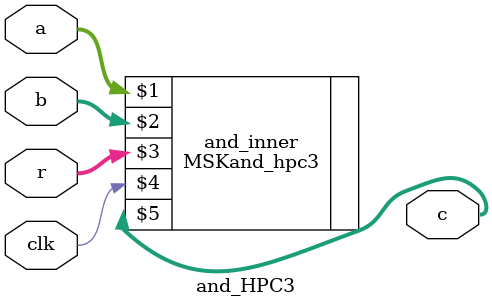
<source format=v>
module and_HPC3 #(parameter security_order=1, parameter pipeline=1) (a, b, r, clk, c);

localparam half_rnd = security_order*(security_order+1)/2;


input wire [security_order:0] a, b;
input wire [2*half_rnd-1:0] r;
input wire clk;
output wire [security_order:0] c;

`define HPC3_FV

`ifdef HPC3_FV
    MSKand_hpc3 #(.d(security_order+1)) and_inner(a, b, r, clk, c);
`else
    and_HPC3_agema #(security_order, pipeline) and_inner(a, b, r, clk, c);
`endif

endmodule

</source>
